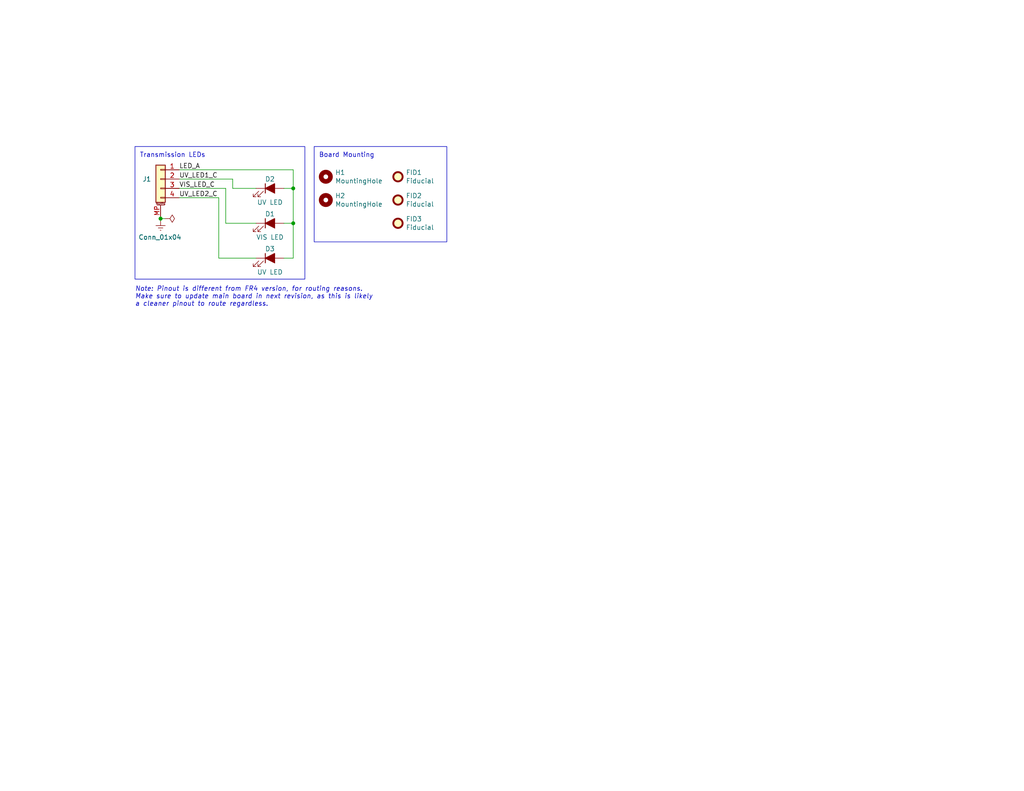
<source format=kicad_sch>
(kicad_sch (version 20230121) (generator eeschema)
  (paper "USLetter")
  (title_block (title "Printalyzer UV/VIS Densitometer - Transmission LED Al Board") (date "2023-10-08") (rev "A") (company "Dektronics, Inc.") (comment 1 "Derek Konigsberg <dkonigsberg@dektronics.com>"))
  (lib_symbols
    (symbol "Connector_Generic_MountingPin:Conn_01x04_MountingPin" (pin_names (offset 1.016) hide)
      (property "Reference" "J" (at 0 5.08 0))
      (property "Value" "Conn_01x04_MountingPin" (at 1.27 -7.62 0))
      (symbol "Conn_01x04_MountingPin_1_1"
        (rectangle (start -1.27 -4.953) (end 0 -5.207) (stroke (width 0.1524)))
        (rectangle (start -1.27 -2.413) (end 0 -2.667) (stroke (width 0.1524)))
        (rectangle (start -1.27 0.127) (end 0 -0.127) (stroke (width 0.1524)))
        (rectangle (start -1.27 2.667) (end 0 2.413) (stroke (width 0.1524)))
        (rectangle (start -1.27 3.81) (end 1.27 -6.35) (stroke (width 0.254)) (fill (type background)))
        (polyline (pts (xy -1.016 -7.112) (xy 1.016 -7.112)) (stroke (width 0.1524)))
        (text "Mounting" (at 0 -6.731 0) (effects (font (size 0.381 0.381))))
        (pin passive line (at -5.08 2.54 0) (length 3.81) (name "Pin_1") (number "1"))
        (pin passive line (at -5.08 0 0) (length 3.81) (name "Pin_2") (number "2"))
        (pin passive line (at -5.08 -2.54 0) (length 3.81) (name "Pin_3") (number "3"))
        (pin passive line (at -5.08 -5.08 0) (length 3.81) (name "Pin_4") (number "4"))
        (pin passive line (at 0 -10.16 90) (length 3.048) (name "MountPin") (number "MP"))
      )
    )
    (symbol "Device:LED_Filled" (pin_numbers hide) (pin_names (offset 1.016) hide)
      (property "Reference" "D" (at 0 2.54 0))
      (property "Value" "LED_Filled" (at 0 -2.54 0))
      (symbol "LED_Filled_0_1"
        (polyline (pts (xy -1.27 -1.27) (xy -1.27 1.27)) (stroke (width 0.254)))
        (polyline (pts (xy -1.27 0) (xy 1.27 0)))
        (polyline (pts (xy 1.27 -1.27) (xy 1.27 1.27) (xy -1.27 0) (xy 1.27 -1.27)) (stroke (width 0.254)) (fill (type outline)))
        (polyline (pts (xy -3.048 -0.762) (xy -4.572 -2.286) (xy -3.81 -2.286) (xy -4.572 -2.286) (xy -4.572 -1.524)))
        (polyline (pts (xy -1.778 -0.762) (xy -3.302 -2.286) (xy -2.54 -2.286) (xy -3.302 -2.286) (xy -3.302 -1.524)))
      )
      (symbol "LED_Filled_1_1"
        (pin passive line (at -3.81 0 0) (length 2.54) (name "K") (number "1"))
        (pin passive line (at 3.81 0 180) (length 2.54) (name "A") (number "2"))
      )
    )
    (symbol "Mechanical:Fiducial"
      (property "Reference" "FID" (at 0 5.08 0))
      (property "Value" "Fiducial" (at 0 3.175 0))
      (symbol "Fiducial_0_1"
        (circle (center 0 0) (radius 1.27) (stroke (width 0.508)) (fill (type background)))
      )
    )
    (symbol "Mechanical:MountingHole" (pin_names (offset 1.016))
      (property "Reference" "H" (at 0 5.08 0))
      (property "Value" "MountingHole" (at 0 3.175 0))
      (symbol "MountingHole_0_1"
        (circle (center 0 0) (radius 1.27) (stroke (width 1.27)))
      )
    )
    (symbol "power:Earth" (power) (pin_names (offset 0))
      (symbol "Earth_0_1"
        (polyline (pts (xy -0.635 -1.905) (xy 0.635 -1.905)))
        (polyline (pts (xy -0.127 -2.54) (xy 0.127 -2.54)))
        (polyline (pts (xy 0 -1.27) (xy 0 0)))
        (polyline (pts (xy 1.27 -1.27) (xy -1.27 -1.27)))
      )
      (symbol "Earth_1_1"
        (pin power_in line (at 0 0 270) (length 0) hide (name "Earth") (number "1"))
      )
    )
    (symbol "power:PWR_FLAG" (power) (pin_numbers hide) (pin_names (offset 0) hide)
      (property "Value" "PWR_FLAG" (at 0 3.81 0))
      (symbol "PWR_FLAG_0_0"
        (pin power_out line (at 0 0 90) (length 0) (name "pwr") (number "1"))
      )
      (symbol "PWR_FLAG_0_1"
        (polyline (pts (xy 0 0) (xy 0 1.27) (xy -1.016 1.905) (xy 0 2.54) (xy 1.016 1.905) (xy 0 1.27)))
      )
    )
  )
  (junction (at 80.01 60.96))
  (junction (at 80.01 51.435))
  (junction (at 43.815 59.69))
  (wire (pts (xy 59.69 70.485) (xy 59.69 53.975)))
  (wire (pts (xy 59.69 53.975) (xy 48.895 53.975)))
  (wire (pts (xy 43.815 59.69) (xy 43.815 60.325)))
  (wire (pts (xy 77.47 60.96) (xy 80.01 60.96)))
  (wire (pts (xy 63.5 48.895) (xy 63.5 51.435)))
  (wire (pts (xy 80.01 51.435) (xy 77.47 51.435)))
  (wire (pts (xy 80.01 60.96) (xy 80.01 70.485)))
  (wire (pts (xy 43.815 59.69) (xy 45.085 59.69)))
  (wire (pts (xy 69.85 60.96) (xy 61.595 60.96)))
  (wire (pts (xy 61.595 51.435) (xy 48.895 51.435)))
  (wire (pts (xy 48.895 48.895) (xy 63.5 48.895)))
  (wire (pts (xy 69.85 51.435) (xy 63.5 51.435)))
  (wire (pts (xy 80.01 51.435) (xy 80.01 46.355)))
  (wire (pts (xy 69.85 70.485) (xy 59.69 70.485)))
  (wire (pts (xy 80.01 51.435) (xy 80.01 60.96)))
  (wire (pts (xy 43.815 59.055) (xy 43.815 59.69)))
  (wire (pts (xy 77.47 70.485) (xy 80.01 70.485)))
  (wire (pts (xy 61.595 60.96) (xy 61.595 51.435)))
  (wire (pts (xy 48.895 46.355) (xy 80.01 46.355)))
  (rectangle (start 85.725 40.005) (end 121.92 66.04))
  (rectangle (start 36.83 40.005) (end 83.185 76.2))
  (text "Board Mounting" (at 86.995 43.18 0) (effects (font (size 1.27 1.27)) (justify left bottom)))
  (text "Transmission LEDs" (at 38.1 43.18 0) (effects (font (size 1.27 1.27)) (justify left bottom)))
  (text "Note: Pinout is different from FR4 version, for routing reasons.\nMake sure to update main board in next revision, as this is likely\na cleaner pinout to route regardless." (at 36.83 83.82 0) (effects (font (size 1.27 1.27) italic) (justify left bottom)))
  (label "LED_A" (at 48.895 46.355 0))
  (label "VIS_LED_C" (at 48.895 51.435 0))
  (label "UV_LED2_C" (at 48.895 53.975 0))
  (label "UV_LED1_C" (at 48.895 48.895 0))
  (symbol (lib_id "Device:LED_Filled") (at 73.66 60.96 0) (unit 1)
    (property "Reference" "D1" (at 73.66 58.42 0))
    (property "Value" "VIS LED" (at 73.66 64.77 0))
    (property "Footprint" "lib_fp:SunLike_LED_S1S0_Narrow" (effects hide))
    (property "Datasheet" "http://www.seoulsemicon.com/en/product/document/4727" (effects hide))
    (property "Description" "SUNLIKE STWSC2PB-E0, 3000K" (effects hide))
    (property "Manufacturer" "Seoul Semiconductor Inc." (effects hide))
    (property "Manufacturer PN" "S1S0-3030309503-0000003S-0P001" (effects hide))
    (property "Supplier" "Digi-Key" (effects hide))
    (property "Supplier PN" "897-S1S0-3030309503-0000003S-0P001CT-ND" (effects hide))
  )
  (symbol (lib_id "Mechanical:MountingHole") (at 88.9 48.26 0) (unit 1)
    (property "Reference" "H1" (at 91.44 47.0916 0) (effects (justify left)))
    (property "Value" "MountingHole" (at 91.44 49.403 0) (effects (justify left)))
    (property "Footprint" "MountingHole:MountingHole_2.2mm_M2" (effects hide))
  )
  (symbol (lib_id "Mechanical:MountingHole") (at 88.9 54.61 0) (unit 1)
    (property "Reference" "H2" (at 91.44 53.4416 0) (effects (justify left)))
    (property "Value" "MountingHole" (at 91.44 55.753 0) (effects (justify left)))
    (property "Footprint" "MountingHole:MountingHole_2.2mm_M2" (effects hide))
  )
  (symbol (lib_id "Mechanical:Fiducial") (at 108.585 48.26 0) (unit 1)
    (property "Reference" "FID1" (at 110.744 47.0916 0) (effects (justify left)))
    (property "Value" "Fiducial" (at 110.744 49.403 0) (effects (justify left)))
    (property "Footprint" "Fiducial:Fiducial_1mm_Mask2mm" (effects hide))
  )
  (symbol (lib_id "Mechanical:Fiducial") (at 108.585 54.61 0) (unit 1)
    (property "Reference" "FID2" (at 110.744 53.4416 0) (effects (justify left)))
    (property "Value" "Fiducial" (at 110.744 55.753 0) (effects (justify left)))
    (property "Footprint" "Fiducial:Fiducial_1mm_Mask2mm" (effects hide))
  )
  (symbol (lib_id "Mechanical:Fiducial") (at 108.585 60.96 0) (unit 1)
    (property "Reference" "FID3" (at 110.744 59.7916 0) (effects (justify left)))
    (property "Value" "Fiducial" (at 110.744 62.103 0) (effects (justify left)))
    (property "Footprint" "Fiducial:Fiducial_1mm_Mask2mm" (effects hide))
  )
  (symbol (lib_id "Connector_Generic_MountingPin:Conn_01x04_MountingPin") (at 43.815 48.895 0) (mirror y) (unit 1)
    (property "Reference" "J1" (at 41.275 48.895 0) (effects (justify left)))
    (property "Value" "Conn_01x04" (at 49.53 64.77 0) (effects (justify left)))
    (property "Footprint" "Connector_JST:JST_SH_SM04B-SRSS-TB_1x04-1MP_P1.00mm_Horizontal" (effects hide))
    (property "Description" "CONN HEADER SMD R/A 4POS 1MM" (effects hide))
    (property "Manufacturer" "JST Sales America Inc." (effects hide))
    (property "Manufacturer PN" "SM04B-SRSS-TB" (effects hide))
    (property "Supplier" "Digi-Key" (effects hide))
    (property "Supplier PN" "455-SM04B-SRSS-TBCT-ND" (effects hide))
  )
  (symbol (lib_id "power:PWR_FLAG") (at 45.085 59.69 270) (unit 1)
    (property "Reference" "#FLG01" (effects hide))
    (property "Value" "PWR_FLAG" (effects hide))
  )
  (symbol (lib_id "Device:LED_Filled") (at 73.66 70.485 0) (unit 1)
    (property "Reference" "D3" (at 73.66 67.945 0))
    (property "Value" "UV LED" (at 73.66 74.295 0))
    (property "Footprint" "lib_fp:LED_WL-SUTW-2835_Narrow" (effects hide))
    (property "Datasheet" "https://www.we-online.com/components/products/datasheet/153283387A212.pdf" (effects hide))
    (property "Description" "WL-SUTW SMT ULTRAVIOLET TOPLED W 285nm" (effects hide))
    (property "Manufacturer" "Würth Elektronik" (effects hide))
    (property "Manufacturer PN" "153283387A212" (effects hide))
    (property "Supplier" "Digi-Key" (effects hide))
    (property "Supplier PN" "732-153283387A212CT-ND" (effects hide))
  )
  (symbol (lib_id "Device:LED_Filled") (at 73.66 51.435 0) (unit 1)
    (property "Reference" "D2" (at 73.66 48.895 0))
    (property "Value" "UV LED" (at 73.66 55.245 0))
    (property "Footprint" "lib_fp:LED_WL-SUTW-2835_Narrow" (effects hide))
    (property "Datasheet" "https://www.we-online.com/components/products/datasheet/153283387A212.pdf" (effects hide))
    (property "Description" "WL-SUTW SMT ULTRAVIOLET TOPLED W 285nm" (effects hide))
    (property "Manufacturer" "Würth Elektronik" (effects hide))
    (property "Manufacturer PN" "153283387A212" (effects hide))
    (property "Supplier" "Digi-Key" (effects hide))
    (property "Supplier PN" "732-153283387A212CT-ND" (effects hide))
  )
  (symbol (lib_id "power:Earth") (at 43.815 60.325 0) (unit 1)
    (property "Reference" "#PWR01" (effects hide))
    (property "Value" "Earth" (effects hide))
  )
)
</source>
